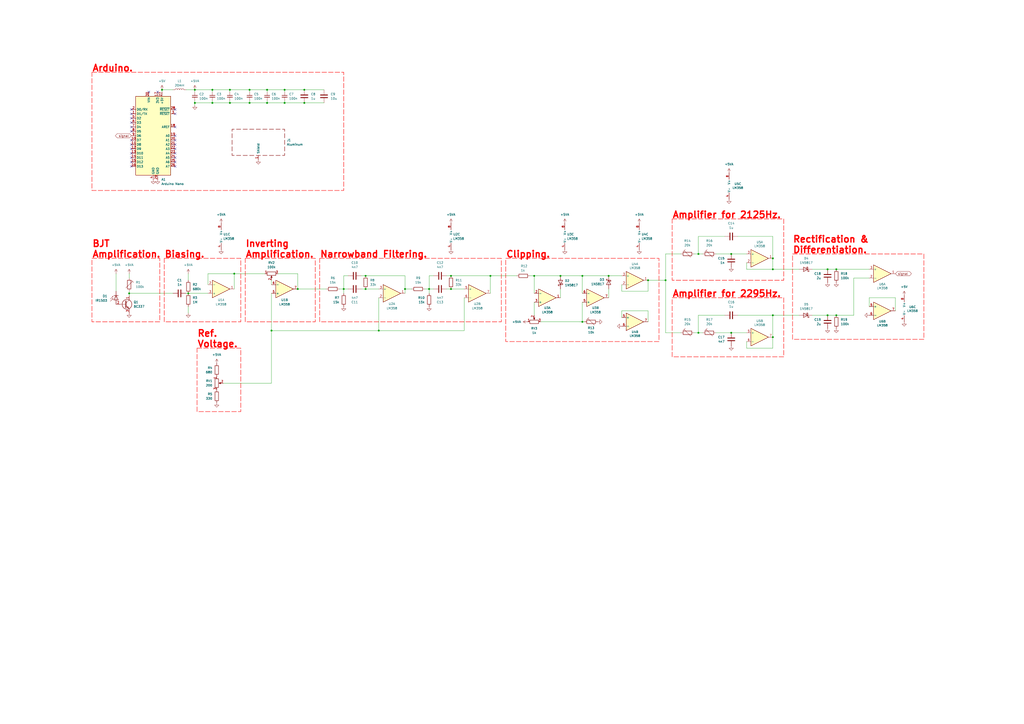
<source format=kicad_sch>
(kicad_sch (version 20250114) (generator "eeschema") (generator_version "9.0")
  (paper "A2")
  (lib_symbols
    (symbol "Amplifier_Operational:LM358" (pin_names (offset 0.127))
      (property "Reference" "U" (at 0 5.08 0))
      (property "Value" "LM358" (at 0 -5.08 0))
      (symbol "LM358_1_1"
        (pin input line (at -7.62 2.54 0) (length 2.54) (name "+") (number "3"))
        (pin input line (at -7.62 -2.54 0) (length 2.54) (name "-") (number "2"))
        (pin output line (at 7.62 0 180) (length 2.54) (name "~") (number "1"))
      )
      (symbol "LM358_2_1"
        (pin input line (at -7.62 2.54 0) (length 2.54) (name "+") (number "5"))
        (pin input line (at -7.62 -2.54 0) (length 2.54) (name "-") (number "6"))
        (pin output line (at 7.62 0 180) (length 2.54) (name "~") (number "7"))
      )
      (symbol "LM358_3_1"
        (pin power_in line (at -2.54 7.62 270) (length 3.81) (name "V+") (number "8"))
        (pin power_in line (at -2.54 -7.62 90) (length 3.81) (name "V-") (number "4"))
      )
    )
    (symbol "Device:C" (pin_numbers (hide yes)) (pin_names (offset 0.254))
      (property "Reference" "C" (at 0.635 2.54 0))
      (property "Value" "C" (at 0.635 -2.54 0))
      (symbol "C_1_1"
        (pin passive line (at 0 3.81 270) (length 2.794) (name "~") (number "1"))
        (pin passive line (at 0 -3.81 90) (length 2.794) (name "~") (number "2"))
      )
    )
    (symbol "Device:C_Small" (pin_numbers (hide yes)) (pin_names (offset 0.254) (hide yes))
      (property "Reference" "C" (at 0.254 1.778 0))
      (property "Value" "C_Small" (at 0.254 -2.032 0))
      (symbol "C_Small_1_1"
        (pin passive line (at 0 2.54 270) (length 2.032) (name "~") (number "1"))
        (pin passive line (at 0 -2.54 90) (length 2.032) (name "~") (number "2"))
      )
    )
    (symbol "Device:D_Photo" (pin_numbers (hide yes)) (pin_names (hide yes))
      (property "Reference" "D" (at 0.508 1.778 0))
      (property "Value" "D_Photo" (at -1.016 -2.794 0))
      (symbol "D_Photo_1_1"
        (pin passive line (at -5.08 0 0) (length 2.54) (name "K") (number "1"))
        (pin passive line (at 2.54 0 180) (length 2.54) (name "A") (number "2"))
      )
    )
    (symbol "Device:D_Schottky" (pin_numbers (hide yes)) (pin_names (offset 1.016) (hide yes))
      (property "Reference" "D" (at 0 2.54 0))
      (property "Value" "D_Schottky" (at 0 -2.54 0))
      (symbol "D_Schottky_1_1"
        (pin passive line (at -3.81 0 0) (length 2.54) (name "K") (number "1"))
        (pin passive line (at 3.81 0 180) (length 2.54) (name "A") (number "2"))
      )
    )
    (symbol "Device:L" (pin_numbers (hide yes)) (pin_names (offset 1.016) (hide yes))
      (property "Reference" "L" (at -1.27 0 90))
      (property "Value" "L" (at 1.905 0 90))
      (symbol "L_1_1"
        (pin passive line (at 0 3.81 270) (length 1.27) (name "1") (number "1"))
        (pin passive line (at 0 -3.81 90) (length 1.27) (name "2") (number "2"))
      )
    )
    (symbol "Device:R" (pin_numbers (hide yes)) (pin_names (offset 0))
      (property "Reference" "R" (at 2.032 0 90))
      (property "Value" "R" (at 0 0 90))
      (symbol "R_1_1"
        (pin passive line (at 0 3.81 270) (length 1.27) (name "~") (number "1"))
        (pin passive line (at 0 -3.81 90) (length 1.27) (name "~") (number "2"))
      )
    )
    (symbol "Device:RFShield_OnePiece" (pin_names (offset 1.016))
      (property "Reference" "J" (at 0 5.08 0))
      (property "Value" "RFShield_OnePiece" (at 0 2.54 0))
      (symbol "RFShield_OnePiece_1_1"
        (pin passive line (at 0 -10.16 90) (length 2.54) (name "Shield") (number "1"))
      )
    )
    (symbol "Device:R_Potentiometer" (pin_names (offset 1.016) (hide yes))
      (property "Reference" "RV" (at -4.445 0 90))
      (property "Value" "R_Potentiometer" (at -2.54 0 90))
      (symbol "R_Potentiometer_1_1"
        (pin passive line (at 0 3.81 270) (length 1.27) (name "1") (number "1"))
        (pin passive line (at 0 -3.81 90) (length 1.27) (name "3") (number "3"))
        (pin passive line (at 3.81 0 180) (length 1.27) (name "2") (number "2"))
      )
    )
    (symbol "Device:R_Trim" (pin_numbers (hide yes)) (pin_names (offset 0))
      (property "Reference" "R" (at 2.54 -2.54 90))
      (property "Value" "R_Trim" (at -2.54 -0.635 90))
      (symbol "R_Trim_1_1"
        (pin passive line (at 0 3.81 270) (length 1.27) (name "~") (number "1"))
        (pin passive line (at 0 -3.81 90) (length 1.27) (name "~") (number "2"))
      )
    )
    (symbol "MCU_Module:Arduino_Nano_v3.x"
      (property "Reference" "A" (at -10.16 23.495 0))
      (property "Value" "Arduino_Nano_v3.x" (at 5.08 -24.13 0))
      (symbol "Arduino_Nano_v3.x_1_1"
        (pin bidirectional line (at -12.7 15.24 0) (length 2.54) (name "D0/RX") (number "2"))
        (pin bidirectional line (at -12.7 12.7 0) (length 2.54) (name "D1/TX") (number "1"))
        (pin bidirectional line (at -12.7 10.16 0) (length 2.54) (name "D2") (number "5"))
        (pin bidirectional line (at -12.7 7.62 0) (length 2.54) (name "D3") (number "6"))
        (pin bidirectional line (at -12.7 5.08 0) (length 2.54) (name "D4") (number "7"))
        (pin bidirectional line (at -12.7 2.54 0) (length 2.54) (name "D5") (number "8"))
        (pin bidirectional line (at -12.7 0 0) (length 2.54) (name "D6") (number "9"))
        (pin bidirectional line (at -12.7 -2.54 0) (length 2.54) (name "D7") (number "10"))
        (pin bidirectional line (at -12.7 -5.08 0) (length 2.54) (name "D8") (number "11"))
        (pin bidirectional line (at -12.7 -7.62 0) (length 2.54) (name "D9") (number "12"))
        (pin bidirectional line (at -12.7 -10.16 0) (length 2.54) (name "D10") (number "13"))
        (pin bidirectional line (at -12.7 -12.7 0) (length 2.54) (name "D11") (number "14"))
        (pin bidirectional line (at -12.7 -15.24 0) (length 2.54) (name "D12") (number "15"))
        (pin bidirectional line (at -12.7 -17.78 0) (length 2.54) (name "D13") (number "16"))
        (pin power_in line (at -2.54 25.4 270) (length 2.54) (name "VIN") (number "30"))
        (pin power_in line (at 0 -25.4 90) (length 2.54) (name "GND") (number "4"))
        (pin power_out line (at 2.54 25.4 270) (length 2.54) (name "3V3") (number "17"))
        (pin power_in line (at 2.54 -25.4 90) (length 2.54) (name "GND") (number "29"))
        (pin power_out line (at 5.08 25.4 270) (length 2.54) (name "+5V") (number "27"))
        (pin input line (at 12.7 15.24 180) (length 2.54) (name "~{RESET}") (number "28"))
        (pin input line (at 12.7 12.7 180) (length 2.54) (name "~{RESET}") (number "3"))
        (pin input line (at 12.7 5.08 180) (length 2.54) (name "AREF") (number "18"))
        (pin bidirectional line (at 12.7 0 180) (length 2.54) (name "A0") (number "19"))
        (pin bidirectional line (at 12.7 -2.54 180) (length 2.54) (name "A1") (number "20"))
        (pin bidirectional line (at 12.7 -5.08 180) (length 2.54) (name "A2") (number "21"))
        (pin bidirectional line (at 12.7 -7.62 180) (length 2.54) (name "A3") (number "22"))
        (pin bidirectional line (at 12.7 -10.16 180) (length 2.54) (name "A4") (number "23"))
        (pin bidirectional line (at 12.7 -12.7 180) (length 2.54) (name "A5") (number "24"))
        (pin bidirectional line (at 12.7 -15.24 180) (length 2.54) (name "A6") (number "25"))
        (pin bidirectional line (at 12.7 -17.78 180) (length 2.54) (name "A7") (number "26"))
      )
    )
    (symbol "Transistor_BJT:BC337" (pin_names (offset 0) (hide yes))
      (property "Reference" "Q" (at 5.08 1.905 0))
      (property "Value" "BC337" (at 5.08 0 0))
      (symbol "BC337_1_1"
        (pin input line (at -5.08 0 0) (length 2.54) (name "B") (number "2"))
        (pin passive line (at 2.54 5.08 270) (length 2.54) (name "C") (number "1"))
        (pin passive line (at 2.54 -5.08 90) (length 2.54) (name "E") (number "3"))
      )
    )
    (symbol "power:+5V" (power) (pin_numbers (hide yes)) (pin_names (offset 0) (hide yes))
      (property "Value" "+5V" (at 0 3.556 0))
      (symbol "+5V_1_1"
        (pin power_in line (at 0 0 90) (length 0) (name "~") (number "1"))
      )
    )
    (symbol "power:+5VA" (power) (pin_numbers (hide yes)) (pin_names (offset 0) (hide yes))
      (property "Value" "+5VA" (at 0 3.556 0))
      (symbol "+5VA_1_1"
        (pin power_in line (at 0 0 90) (length 0) (name "~") (number "1"))
      )
    )
    (symbol "power:GND" (power) (pin_numbers (hide yes)) (pin_names (offset 0) (hide yes))
      (property "Value" "GND" (at 0 -3.81 0))
      (symbol "GND_1_1"
        (pin power_in line (at 0 0 270) (length 0) (name "~") (number "1"))
      )
    )
  )
  (rectangle (start 114.3 201.93) (end 139.7 238.76) (stroke (width 0.254) (type dash) (color 255 0 0 1)))
  (rectangle (start 293.37 149.86) (end 382.27 198.12) (stroke (width 0.254) (type dash) (color 255 0 0 1)))
  (rectangle (start 459.74 147.32) (end 535.94 196.85) (stroke (width 0.254) (type dash) (color 255 0 0 1)))
  (rectangle (start 53.34 149.86) (end 92.71 186.69) (stroke (width 0.254) (type dash) (color 255 0 0 1)))
  (rectangle (start 389.89 127) (end 454.66 162.56) (stroke (width 0.254) (type dash) (color 255 0 0 1)))
  (rectangle (start 185.42 149.86) (end 290.83 186.69) (stroke (width 0.254) (type dash) (color 255 0 0 1)))
  (rectangle (start 53.34 41.91) (end 199.39 110.49) (stroke (width 0.254) (type dash) (color 255 0 0 1)))
  (rectangle (start 142.24 149.86) (end 182.88 186.69) (stroke (width 0.254) (type dash) (color 255 0 0 1)))
  (rectangle (start 95.25 149.86) (end 139.7 186.69) (stroke (width 0.254) (type dash) (color 255 0 0 1)))
  (rectangle (start 389.89 172.72) (end 454.66 207.01) (stroke (width 0.254) (type dash) (color 255 0 0 1)))
  (text "Inverting\nAmplification." (at 142.24 149.86 0) (effects (font (size 3.81 3.81) (thickness 0.762) (bold yes)) (justify left bottom)))
  (text "Ref.\nVoltage." (at 114.3 201.93 0) (effects (font (size 3.81 3.81) (thickness 0.762) (bold yes)) (justify left bottom)))
  (text "Biasing." (at 95.25 149.86 0) (effects (font (size 3.81 3.81) (thickness 0.762) (bold yes)) (justify left bottom)))
  (text "Narrowband Filtering." (at 185.42 149.86 0) (effects (font (size 3.81 3.81) (thickness 0.762) (bold yes)) (justify left bottom)))
  (text "Rectification &\nDifferentiation." (at 459.74 147.32 0) (effects (font (size 3.81 3.81) (thickness 0.762) (bold yes)) (justify left bottom)))
  (text "Arduino." (at 53.34 41.91 0) (effects (font (size 3.81 3.81) (thickness 0.762) (bold yes)) (justify left bottom)))
  (text "Amplifier for 2125Hz." (at 389.89 127 0) (effects (font (size 3.81 3.81) (thickness 0.762) (bold yes)) (justify left bottom)))
  (text "Clipping." (at 293.37 149.86 0) (effects (font (size 3.81 3.81) (thickness 0.762) (bold yes)) (justify left bottom)))
  (text "BJT\nAmplification." (at 53.34 149.86 0) (effects (font (size 3.81 3.81) (thickness 0.762) (bold yes)) (justify left bottom)))
  (text "Amplifier for 2295Hz." (at 389.89 172.72 0) (effects (font (size 3.81 3.81) (thickness 0.762) (bold yes)) (justify left bottom)))
  (junction (at 135.89 158.75))
  (junction (at 337.82 160.02))
  (junction (at 386.08 162.56))
  (junction (at 405.13 147.32))
  (junction (at 353.06 160.02))
  (junction (at 448.31 195.58))
  (junction (at 485.14 156.21))
  (junction (at 133.35 59.69))
  (junction (at 113.03 59.69))
  (junction (at 284.48 160.02))
  (junction (at 144.78 59.69))
  (junction (at 157.48 191.77))
  (junction (at 234.95 167.64))
  (junction (at 424.18 147.32))
  (junction (at 144.78 52.07))
  (junction (at 424.18 193.04))
  (junction (at 113.03 52.07))
  (junction (at 405.13 193.04))
  (junction (at 123.19 59.69))
  (junction (at 480.06 182.88))
  (junction (at 109.22 170.18))
  (junction (at 93.98 52.07))
  (junction (at 261.62 160.02))
  (junction (at 212.09 167.64))
  (junction (at 485.14 182.88))
  (junction (at 199.39 167.64))
  (junction (at 325.12 160.02))
  (junction (at 480.06 156.21))
  (junction (at 261.62 167.64))
  (junction (at 219.71 191.77))
  (junction (at 176.53 59.69))
  (junction (at 248.92 167.64))
  (junction (at 133.35 52.07))
  (junction (at 154.94 52.07))
  (junction (at 448.31 182.88))
  (junction (at 448.31 156.21))
  (junction (at 154.94 59.69))
  (junction (at 212.09 160.02))
  (junction (at 337.82 186.69))
  (junction (at 375.92 162.56))
  (junction (at 448.31 149.86))
  (junction (at 309.88 160.02))
  (junction (at 123.19 52.07))
  (junction (at 165.1 52.07))
  (junction (at 165.1 59.69))
  (junction (at 172.72 167.64))
  (junction (at 74.93 170.18))
  (junction (at 176.53 52.07))
  (no_connect (at 101.6 88.9))
  (no_connect (at 76.2 88.9))
  (no_connect (at 76.2 66.04))
  (no_connect (at 76.2 86.36))
  (no_connect (at 76.2 73.66))
  (no_connect (at 101.6 93.98))
  (no_connect (at 76.2 91.44))
  (no_connect (at 76.2 76.2))
  (no_connect (at 76.2 68.58))
  (no_connect (at 101.6 86.36))
  (no_connect (at 101.6 83.82))
  (no_connect (at 76.2 71.12))
  (no_connect (at 76.2 83.82))
  (no_connect (at 76.2 63.5))
  (no_connect (at 86.36 53.34))
  (no_connect (at 101.6 63.5))
  (no_connect (at 101.6 73.66))
  (no_connect (at 101.6 66.04))
  (no_connect (at 101.6 78.74))
  (no_connect (at 101.6 96.52))
  (no_connect (at 91.44 53.34))
  (no_connect (at 101.6 81.28))
  (no_connect (at 101.6 91.44))
  (no_connect (at 76.2 81.28))
  (no_connect (at 76.2 96.52))
  (no_connect (at 76.2 93.98))
  (wire (pts (xy 519.43 180.34) (xy 519.43 172.72)))
  (wire (pts (xy 251.46 160.02) (xy 248.92 160.02)))
  (wire (pts (xy 433.07 156.21) (xy 448.31 156.21)))
  (wire (pts (xy 448.31 156.21) (xy 463.55 156.21)))
  (wire (pts (xy 74.93 170.18) (xy 74.93 171.45)))
  (wire (pts (xy 405.13 147.32) (xy 407.67 147.32)))
  (wire (pts (xy 199.39 160.02) (xy 199.39 167.64)))
  (wire (pts (xy 209.55 167.64) (xy 212.09 167.64)))
  (wire (pts (xy 448.31 195.58) (xy 448.31 201.93)))
  (wire (pts (xy 172.72 158.75) (xy 172.72 167.64)))
  (wire (pts (xy 495.3 161.29) (xy 504.19 161.29)))
  (wire (pts (xy 113.03 59.69) (xy 113.03 60.96)))
  (wire (pts (xy 433.07 152.4) (xy 433.07 156.21)))
  (wire (pts (xy 154.94 59.69) (xy 165.1 59.69)))
  (wire (pts (xy 339.09 186.69) (xy 337.82 186.69)))
  (wire (pts (xy 219.71 191.77) (xy 157.48 191.77)))
  (wire (pts (xy 157.48 191.77) (xy 157.48 170.18)))
  (wire (pts (xy 471.17 182.88) (xy 480.06 182.88)))
  (wire (pts (xy 415.29 193.04) (xy 424.18 193.04)))
  (wire (pts (xy 405.13 193.04) (xy 402.59 193.04)))
  (wire (pts (xy 187.96 52.07) (xy 176.53 52.07)))
  (wire (pts (xy 448.31 182.88) (xy 427.99 182.88)))
  (wire (pts (xy 448.31 182.88) (xy 448.31 195.58)))
  (wire (pts (xy 234.95 160.02) (xy 234.95 167.64)))
  (wire (pts (xy 375.92 180.34) (xy 360.68 180.34)))
  (wire (pts (xy 234.95 167.64) (xy 238.76 167.64)))
  (wire (pts (xy 284.48 160.02) (xy 299.72 160.02)))
  (wire (pts (xy 133.35 52.07) (xy 144.78 52.07)))
  (wire (pts (xy 67.31 158.75) (xy 67.31 168.91)))
  (wire (pts (xy 144.78 59.69) (xy 154.94 59.69)))
  (wire (pts (xy 123.19 53.34) (xy 123.19 52.07)))
  (wire (pts (xy 123.19 52.07) (xy 133.35 52.07)))
  (wire (pts (xy 420.37 137.16) (xy 405.13 137.16)))
  (wire (pts (xy 144.78 52.07) (xy 154.94 52.07)))
  (wire (pts (xy 199.39 170.18) (xy 199.39 167.64)))
  (wire (pts (xy 201.93 160.02) (xy 199.39 160.02)))
  (wire (pts (xy 120.65 158.75) (xy 120.65 165.1)))
  (wire (pts (xy 144.78 53.34) (xy 144.78 52.07)))
  (wire (pts (xy 420.37 182.88) (xy 405.13 182.88)))
  (wire (pts (xy 337.82 175.26) (xy 337.82 186.69)))
  (wire (pts (xy 246.38 167.64) (xy 248.92 167.64)))
  (wire (pts (xy 360.68 160.02) (xy 353.06 160.02)))
  (wire (pts (xy 337.82 160.02) (xy 353.06 160.02)))
  (wire (pts (xy 109.22 181.61) (xy 109.22 177.8)))
  (wire (pts (xy 74.93 170.18) (xy 100.33 170.18)))
  (wire (pts (xy 153.67 158.75) (xy 135.89 158.75)))
  (wire (pts (xy 165.1 52.07) (xy 154.94 52.07)))
  (wire (pts (xy 415.29 147.32) (xy 424.18 147.32)))
  (wire (pts (xy 405.13 137.16) (xy 405.13 147.32)))
  (wire (pts (xy 307.34 160.02) (xy 309.88 160.02)))
  (wire (pts (xy 353.06 167.64) (xy 353.06 172.72)))
  (wire (pts (xy 386.08 162.56) (xy 386.08 193.04)))
  (wire (pts (xy 165.1 59.69) (xy 165.1 58.42)))
  (wire (pts (xy 495.3 161.29) (xy 495.3 182.88)))
  (wire (pts (xy 485.14 156.21) (xy 504.19 156.21)))
  (wire (pts (xy 161.29 158.75) (xy 172.72 158.75)))
  (wire (pts (xy 123.19 59.69) (xy 133.35 59.69)))
  (wire (pts (xy 212.09 167.64) (xy 219.71 167.64)))
  (wire (pts (xy 154.94 59.69) (xy 154.94 58.42)))
  (wire (pts (xy 386.08 147.32) (xy 386.08 162.56)))
  (wire (pts (xy 165.1 52.07) (xy 176.53 52.07)))
  (wire (pts (xy 248.92 160.02) (xy 248.92 167.64)))
  (wire (pts (xy 448.31 182.88) (xy 463.55 182.88)))
  (wire (pts (xy 309.88 175.26) (xy 309.88 182.88)))
  (wire (pts (xy 261.62 160.02) (xy 284.48 160.02)))
  (wire (pts (xy 386.08 147.32) (xy 394.97 147.32)))
  (wire (pts (xy 519.43 172.72) (xy 504.19 172.72)))
  (wire (pts (xy 129.54 222.25) (xy 157.48 222.25)))
  (wire (pts (xy 480.06 156.21) (xy 485.14 156.21)))
  (wire (pts (xy 471.17 156.21) (xy 480.06 156.21)))
  (wire (pts (xy 109.22 158.75) (xy 109.22 162.56)))
  (wire (pts (xy 259.08 160.02) (xy 261.62 160.02)))
  (wire (pts (xy 424.18 193.04) (xy 433.07 193.04)))
  (wire (pts (xy 433.07 201.93) (xy 448.31 201.93)))
  (wire (pts (xy 157.48 165.1) (xy 157.48 162.56)))
  (wire (pts (xy 100.33 52.07) (xy 93.98 52.07)))
  (wire (pts (xy 325.12 167.64) (xy 325.12 172.72)))
  (wire (pts (xy 375.92 162.56) (xy 386.08 162.56)))
  (wire (pts (xy 424.18 147.32) (xy 433.07 147.32)))
  (wire (pts (xy 109.22 170.18) (xy 107.95 170.18)))
  (wire (pts (xy 209.55 160.02) (xy 212.09 160.02)))
  (wire (pts (xy 135.89 158.75) (xy 120.65 158.75)))
  (wire (pts (xy 107.95 52.07) (xy 113.03 52.07)))
  (wire (pts (xy 448.31 137.16) (xy 427.99 137.16)))
  (wire (pts (xy 201.93 167.64) (xy 199.39 167.64)))
  (wire (pts (xy 405.13 193.04) (xy 407.67 193.04)))
  (wire (pts (xy 135.89 158.75) (xy 135.89 167.64)))
  (wire (pts (xy 337.82 160.02) (xy 337.82 170.18)))
  (wire (pts (xy 309.88 170.18) (xy 309.88 160.02)))
  (wire (pts (xy 251.46 167.64) (xy 248.92 167.64)))
  (wire (pts (xy 113.03 59.69) (xy 113.03 58.42)))
  (wire (pts (xy 360.68 168.91) (xy 360.68 165.1)))
  (wire (pts (xy 113.03 59.69) (xy 123.19 59.69)))
  (wire (pts (xy 219.71 172.72) (xy 219.71 191.77)))
  (wire (pts (xy 212.09 160.02) (xy 234.95 160.02)))
  (wire (pts (xy 375.92 168.91) (xy 360.68 168.91)))
  (wire (pts (xy 113.03 52.07) (xy 123.19 52.07)))
  (wire (pts (xy 261.62 167.64) (xy 269.24 167.64)))
  (wire (pts (xy 172.72 167.64) (xy 189.23 167.64)))
  (wire (pts (xy 480.06 182.88) (xy 485.14 182.88)))
  (wire (pts (xy 360.68 180.34) (xy 360.68 184.15)))
  (wire (pts (xy 448.31 149.86) (xy 448.31 156.21)))
  (wire (pts (xy 93.98 52.07) (xy 93.98 53.34)))
  (wire (pts (xy 386.08 193.04) (xy 394.97 193.04)))
  (wire (pts (xy 405.13 147.32) (xy 402.59 147.32)))
  (wire (pts (xy 448.31 137.16) (xy 448.31 149.86)))
  (wire (pts (xy 144.78 59.69) (xy 144.78 58.42)))
  (wire (pts (xy 109.22 170.18) (xy 120.65 170.18)))
  (wire (pts (xy 248.92 170.18) (xy 248.92 167.64)))
  (wire (pts (xy 74.93 161.29) (xy 74.93 158.75)))
  (wire (pts (xy 133.35 59.69) (xy 133.35 58.42)))
  (wire (pts (xy 113.03 53.34) (xy 113.03 52.07)))
  (wire (pts (xy 433.07 198.12) (xy 433.07 201.93)))
  (wire (pts (xy 504.19 172.72) (xy 504.19 177.8)))
  (wire (pts (xy 133.35 59.69) (xy 144.78 59.69)))
  (wire (pts (xy 133.35 52.07) (xy 133.35 53.34)))
  (wire (pts (xy 309.88 160.02) (xy 325.12 160.02)))
  (wire (pts (xy 176.53 59.69) (xy 187.96 59.69)))
  (wire (pts (xy 259.08 167.64) (xy 261.62 167.64)))
  (wire (pts (xy 165.1 59.69) (xy 176.53 59.69)))
  (wire (pts (xy 154.94 53.34) (xy 154.94 52.07)))
  (wire (pts (xy 375.92 162.56) (xy 375.92 168.91)))
  (wire (pts (xy 284.48 160.02) (xy 284.48 170.18)))
  (wire (pts (xy 269.24 172.72) (xy 269.24 191.77)))
  (wire (pts (xy 74.93 168.91) (xy 74.93 170.18)))
  (wire (pts (xy 405.13 182.88) (xy 405.13 193.04)))
  (wire (pts (xy 123.19 59.69) (xy 123.19 58.42)))
  (wire (pts (xy 495.3 182.88) (xy 485.14 182.88)))
  (wire (pts (xy 157.48 222.25) (xy 157.48 191.77)))
  (wire (pts (xy 165.1 52.07) (xy 165.1 53.34)))
  (wire (pts (xy 325.12 160.02) (xy 337.82 160.02)))
  (wire (pts (xy 196.85 167.64) (xy 199.39 167.64)))
  (wire (pts (xy 313.69 186.69) (xy 337.82 186.69)))
  (wire (pts (xy 375.92 186.69) (xy 375.92 180.34)))
  (wire (pts (xy 234.95 167.64) (xy 234.95 170.18)))
  (wire (pts (xy 219.71 191.77) (xy 269.24 191.77)))
  (global_label "signal" (shape bidirectional) (at 76.2 78.74 180) (property "Intersheetrefs" "${INTERSHEET_REFS}" (effects (hide yes))))
  (global_label "signal" (shape bidirectional) (at 519.43 158.75 0) (property "Intersheetrefs" "${INTERSHEET_REFS}" (effects (hide yes))))
  (symbol (lib_id "Amplifier_Operational:LM358") (at 511.81 158.75 0) (unit 1)
    (property "Reference" "U6" (at 511.81 164.846 0))
    (property "Value" "LM358" (at 511.81 167.132 0))
    (property "Datasheet" "http://www.ti.com/lit/ds/symlink/lm2904-n.pdf" (effects (hide yes)))
    (property "Description" "Low-Power, Dual Operational Amplifiers, DIP-8/SOIC-8/TO-99-8" (effects (hide yes)))
  )
  (symbol (lib_id "power:GND") (at 480.06 190.5 0) (unit 1)
    (property "Reference" "#PWR025" (effects (hide yes)))
    (property "Value" "GND" (effects (hide yes)))
    (property "Description" "Power symbol creates a global label with name \"GND\" , ground" (effects (hide yes)))
  )
  (symbol (lib_id "Device:C") (at 424.18 196.85 0) (mirror y) (unit 1)
    (property "Reference" "C17" (at 420.37 195.5799 0) (effects (justify left)))
    (property "Value" "4n7" (at 420.37 198.1199 0) (effects (justify left)))
    (property "Description" "Unpolarized capacitor" (effects (hide yes)))
  )
  (symbol (lib_id "Device:R") (at 261.62 163.83 0) (unit 1)
    (property "Reference" "R11" (at 264.16 162.5599 0) (effects (justify left)))
    (property "Value" "33k" (at 264.16 165.0999 0) (effects (justify left)))
    (property "Footprint" "Resistor_SMD:R_1206_3216Metric_Pad1.30x1.75mm_HandSolder" (effects (hide yes)))
    (property "Description" "Resistor" (effects (hide yes)))
  )
  (symbol (lib_id "power:GND") (at 346.71 186.69 90) (unit 1)
    (property "Reference" "#PWR021" (effects (hide yes)))
    (property "Value" "GND" (effects (hide yes)))
    (property "Description" "Power symbol creates a global label with name \"GND\" , ground" (effects (hide yes)))
  )
  (symbol (lib_id "Device:C") (at 480.06 160.02 0) (mirror y) (unit 1)
    (property "Reference" "C18" (at 476.25 158.7499 0) (effects (justify left)))
    (property "Value" "2u" (at 476.25 161.2899 0) (effects (justify left)))
    (property "Description" "Unpolarized capacitor" (effects (hide yes)))
  )
  (symbol (lib_id "power:GND") (at 327.66 144.78 0) (unit 1)
    (property "Reference" "#PWR029" (effects (hide yes)))
    (property "Value" "GND" (effects (hide yes)))
    (property "Description" "Power symbol creates a global label with name \"GND\" , ground" (effects (hide yes)))
  )
  (symbol (lib_id "power:+5VA") (at 128.27 129.54 0) (unit 1)
    (property "Reference" "#PWR013" (effects (hide yes)))
    (property "Value" "+5VA" (at 128.27 124.46 0))
    (property "Description" "Power symbol creates a global label with name \"+5VA\"" (effects (hide yes)))
  )
  (symbol (lib_id "power:+5VA") (at 306.07 186.69 90) (unit 1)
    (property "Reference" "#PWR020" (effects (hide yes)))
    (property "Value" "+5VA" (at 302.26 186.6899 90) (effects (justify left)))
    (property "Description" "Power symbol creates a global label with name \"+5VA\"" (effects (hide yes)))
  )
  (symbol (lib_id "Device:D_Schottky") (at 467.36 182.88 180) (unit 1)
    (property "Reference" "D5" (at 467.6775 176.53 0))
    (property "Value" "1N5817" (at 467.6775 179.07 0))
    (property "Description" "Schottky diode" (effects (hide yes)))
  )
  (symbol (lib_id "Device:R") (at 485.14 160.02 0) (unit 1)
    (property "Reference" "R18" (at 487.68 158.7499 0) (effects (justify left)))
    (property "Value" "100k" (at 487.68 161.2899 0) (effects (justify left)))
    (property "Footprint" "Resistor_SMD:R_1206_3216Metric_Pad1.30x1.75mm_HandSolder" (effects (hide yes)))
    (property "Description" "Resistor" (effects (hide yes)))
  )
  (symbol (lib_id "Device:L") (at 104.14 52.07 90) (unit 1)
    (property "Reference" "L1" (at 104.14 46.99 90))
    (property "Value" "20mH" (at 104.14 49.53 90))
    (property "Description" "Inductor" (effects (hide yes)))
  )
  (symbol (lib_id "power:GND") (at 74.93 181.61 0) (unit 1)
    (property "Reference" "#PWR03" (effects (hide yes)))
    (property "Value" "GND" (effects (hide yes)))
    (property "Description" "Power symbol creates a global label with name \"GND\" , ground" (effects (hide yes)))
  )
  (symbol (lib_id "Amplifier_Operational:LM358") (at 264.16 137.16 0) (unit 3)
    (property "Reference" "U2" (at 262.89 135.8899 0) (effects (justify left)))
    (property "Value" "LM358" (at 262.89 138.4299 0) (effects (justify left)))
    (property "Datasheet" "http://www.ti.com/lit/ds/symlink/lm2904-n.pdf" (effects (hide yes)))
    (property "Description" "Low-Power, Dual Operational Amplifiers, DIP-8/SOIC-8/TO-99-8" (effects (hide yes)))
  )
  (symbol (lib_id "Device:C") (at 176.53 55.88 0) (unit 1)
    (property "Reference" "C8" (at 180.34 54.6099 0) (effects (justify left)))
    (property "Value" "1u" (at 180.34 57.1499 0) (effects (justify left)))
    (property "Footprint" "Capacitor_SMD:C_1206_3216Metric_Pad1.33x1.80mm_HandSolder" (effects (hide yes)))
    (property "Description" "Unpolarized capacitor" (effects (hide yes)))
  )
  (symbol (lib_id "Device:D_Schottky") (at 467.36 156.21 180) (unit 1)
    (property "Reference" "D4" (at 467.6775 149.86 0))
    (property "Value" "1N5817" (at 467.6775 152.4 0))
    (property "Description" "Schottky diode" (effects (hide yes)))
  )
  (symbol (lib_id "power:GND") (at 485.14 163.83 0) (unit 1)
    (property "Reference" "#PWR026" (effects (hide yes)))
    (property "Value" "GND" (effects (hide yes)))
    (property "Description" "Power symbol creates a global label with name \"GND\" , ground" (effects (hide yes)))
  )
  (symbol (lib_id "Device:C_Small") (at 165.1 55.88 0) (unit 1)
    (property "Reference" "C7" (at 167.64 54.6162 0) (effects (justify left)))
    (property "Value" "100n" (at 167.64 57.1562 0) (effects (justify left)))
    (property "Footprint" "Capacitor_SMD:C_1206_3216Metric_Pad1.33x1.80mm_HandSolder" (effects (hide yes)))
    (property "Description" "Unpolarized capacitor, small symbol" (effects (hide yes)))
  )
  (symbol (lib_id "Device:C") (at 255.27 167.64 90) (unit 1)
    (property "Reference" "C13" (at 255.27 175.26 90))
    (property "Value" "4n7" (at 255.27 172.72 90))
    (property "Description" "Unpolarized capacitor" (effects (hide yes)))
  )
  (symbol (lib_id "power:GND") (at 370.84 144.78 0) (unit 1)
    (property "Reference" "#PWR031" (effects (hide yes)))
    (property "Value" "GND" (effects (hide yes)))
    (property "Description" "Power symbol creates a global label with name \"GND\" , ground" (effects (hide yes)))
  )
  (symbol (lib_id "Device:D_Schottky") (at 353.06 163.83 90) (mirror x) (unit 1)
    (property "Reference" "D3" (at 350.52 162.2424 90) (effects (justify left)))
    (property "Value" "1N5817" (at 350.52 164.7824 90) (effects (justify left)))
    (property "Description" "Schottky diode" (effects (hide yes)))
  )
  (symbol (lib_id "power:+5VA") (at 125.73 210.82 0) (unit 1)
    (property "Reference" "#PWR011" (effects (hide yes)))
    (property "Value" "+5VA" (at 125.73 205.74 0))
    (property "Description" "Power symbol creates a global label with name \"+5VA\"" (effects (hide yes)))
  )
  (symbol (lib_id "power:GND") (at 128.27 144.78 0) (unit 1)
    (property "Reference" "#PWR014" (effects (hide yes)))
    (property "Value" "GND" (effects (hide yes)))
    (property "Description" "Power symbol creates a global label with name \"GND\" , ground" (effects (hide yes)))
  )
  (symbol (lib_id "power:+5VA") (at 74.93 158.75 0) (unit 1)
    (property "Reference" "#PWR02" (effects (hide yes)))
    (property "Value" "+5VA" (at 74.93 153.67 0))
    (property "Description" "Power symbol creates a global label with name \"+5VA\"" (effects (hide yes)))
  )
  (symbol (lib_id "power:+5VA") (at 370.84 129.54 0) (unit 1)
    (property "Reference" "#PWR030" (effects (hide yes)))
    (property "Value" "+5VA" (at 370.84 124.46 0))
    (property "Description" "Power symbol creates a global label with name \"+5VA\"" (effects (hide yes)))
  )
  (symbol (lib_id "power:GND") (at 91.44 104.14 0) (unit 1)
    (property "Reference" "#PWR05" (effects (hide yes)))
    (property "Value" "GND" (effects (hide yes)))
    (property "Description" "Power symbol creates a global label with name \"GND\" , ground" (effects (hide yes)))
  )
  (symbol (lib_id "Device:C") (at 480.06 186.69 0) (mirror y) (unit 1)
    (property "Reference" "C19" (at 476.25 185.4199 0) (effects (justify left)))
    (property "Value" "2u" (at 476.25 187.9599 0) (effects (justify left)))
    (property "Description" "Unpolarized capacitor" (effects (hide yes)))
  )
  (symbol (lib_id "Device:C") (at 424.18 151.13 0) (mirror y) (unit 1)
    (property "Reference" "C15" (at 420.37 149.8599 0) (effects (justify left)))
    (property "Value" "1n" (at 420.37 152.3999 0) (effects (justify left)))
    (property "Footprint" "Capacitor_SMD:C_1206_3216Metric_Pad1.33x1.80mm_HandSolder" (effects (hide yes)))
    (property "Description" "Unpolarized capacitor" (effects (hide yes)))
  )
  (symbol (lib_id "Amplifier_Operational:LM358") (at 317.5 172.72 0) (mirror x) (unit 1)
    (property "Reference" "U3" (at 317.5 178.562 0))
    (property "Value" "LM358" (at 317.5 181.102 0))
    (property "Datasheet" "http://www.ti.com/lit/ds/symlink/lm2904-n.pdf" (effects (hide yes)))
    (property "Description" "Low-Power, Dual Operational Amplifiers, DIP-8/SOIC-8/TO-99-8" (effects (hide yes)))
  )
  (symbol (lib_id "Amplifier_Operational:LM358") (at 527.05 179.07 0) (unit 3)
    (property "Reference" "U6" (at 529.336 178.054 0))
    (property "Value" "LM358" (at 529.336 180.34 0))
    (property "Datasheet" "http://www.ti.com/lit/ds/symlink/lm2904-n.pdf" (effects (hide yes)))
    (property "Description" "Low-Power, Dual Operational Amplifiers, DIP-8/SOIC-8/TO-99-8" (effects (hide yes)))
  )
  (symbol (lib_id "Device:C") (at 424.18 182.88 90) (unit 1)
    (property "Reference" "C16" (at 424.18 175.26 90))
    (property "Value" "1u" (at 424.18 177.8 90))
    (property "Footprint" "Capacitor_SMD:C_1206_3216Metric_Pad1.33x1.80mm_HandSolder" (effects (hide yes)))
    (property "Description" "Unpolarized capacitor" (effects (hide yes)))
  )
  (symbol (lib_id "Amplifier_Operational:LM358") (at 368.3 162.56 0) (unit 1)
    (property "Reference" "U4" (at 368.3 153.162 0))
    (property "Value" "LM358" (at 368.3 155.448 0))
    (property "Datasheet" "http://www.ti.com/lit/ds/symlink/lm2904-n.pdf" (effects (hide yes)))
    (property "Description" "Low-Power, Dual Operational Amplifiers, DIP-8/SOIC-8/TO-99-8" (effects (hide yes)))
  )
  (symbol (lib_id "Amplifier_Operational:LM358") (at 440.69 149.86 0) (unit 1)
    (property "Reference" "U5" (at 440.69 140.462 0))
    (property "Value" "LM358" (at 440.69 142.748 0))
    (property "Datasheet" "http://www.ti.com/lit/ds/symlink/lm2904-n.pdf" (effects (hide yes)))
    (property "Description" "Low-Power, Dual Operational Amplifiers, DIP-8/SOIC-8/TO-99-8" (effects (hide yes)))
  )
  (symbol (lib_id "Transistor_BJT:BC337") (at 72.39 176.53 0) (unit 1)
    (property "Reference" "Q1" (at 77.47 175.2599 0) (effects (justify left)))
    (property "Value" "BC337" (at 77.47 177.7999 0) (effects (justify left)))
    (property "Footprint" "Package_TO_SOT_THT:TO-92_Inline" (effects (hide yes)))
    (property "Datasheet" "https://diotec.com/tl_files/diotec/files/pdf/datasheets/bc337.pdf" (effects (hide yes)))
    (property "Description" "0.8A Ic, 45V Vce, NPN Transistor, TO-92" (effects (hide yes)))
  )
  (symbol (lib_id "Amplifier_Operational:LM358") (at 128.27 167.64 0) (mirror x) (unit 1)
    (property "Reference" "U1" (at 128.27 173.99 0))
    (property "Value" "LM358" (at 128.27 176.53 0))
    (property "Datasheet" "http://www.ti.com/lit/ds/symlink/lm2904-n.pdf" (effects (hide yes)))
    (property "Description" "Low-Power, Dual Operational Amplifiers, DIP-8/SOIC-8/TO-99-8" (effects (hide yes)))
  )
  (symbol (lib_id "power:+5VA") (at 113.03 52.07 0) (unit 1)
    (property "Reference" "#PWR09" (effects (hide yes)))
    (property "Value" "+5VA" (at 113.03 46.99 0))
    (property "Description" "Power symbol creates a global label with name \"+5VA\"" (effects (hide yes)))
  )
  (symbol (lib_id "Device:D_Photo") (at 67.31 173.99 90) (mirror x) (unit 1)
    (property "Reference" "D1" (at 62.23 171.7674 90) (effects (justify left)))
    (property "Value" "IR1503" (at 62.23 174.3074 90) (effects (justify left)))
    (property "Footprint" "deps:LTR-516AD" (effects (hide yes)))
    (property "Datasheet" "https://optoelectronics.liteon.com/upload/download/DS-50-93-0021/R516AD.pdf" (effects (hide yes)))
    (property "Description" "Photodiode" (effects (hide yes)))
  )
  (symbol (lib_id "power:GND") (at 485.14 190.5 0) (unit 1)
    (property "Reference" "#PWR027" (effects (hide yes)))
    (property "Value" "GND" (effects (hide yes)))
    (property "Description" "Power symbol creates a global label with name \"GND\" , ground" (effects (hide yes)))
  )
  (symbol (lib_id "Amplifier_Operational:LM358") (at 368.3 186.69 0) (unit 2)
    (property "Reference" "U4" (at 368.3 192.532 0))
    (property "Value" "LM358" (at 368.3 194.818 0))
    (property "Datasheet" "http://www.ti.com/lit/ds/symlink/lm2904-n.pdf" (effects (hide yes)))
    (property "Description" "Low-Power, Dual Operational Amplifiers, DIP-8/SOIC-8/TO-99-8" (effects (hide yes)))
  )
  (symbol (lib_id "Device:R") (at 193.04 167.64 270) (unit 1)
    (property "Reference" "R6" (at 193.04 161.29 90))
    (property "Value" "15k" (at 193.04 163.83 90))
    (property "Footprint" "Resistor_SMD:R_1206_3216Metric_Pad1.30x1.75mm_HandSolder" (effects (hide yes)))
    (property "Description" "Resistor" (effects (hide yes)))
  )
  (symbol (lib_id "power:+5V") (at 93.98 52.07 0) (unit 1)
    (property "Reference" "#PWR06" (effects (hide yes)))
    (property "Value" "+5V" (at 93.98 46.99 0))
    (property "Description" "Power symbol creates a global label with name \"+5V\"" (effects (hide yes)))
  )
  (symbol (lib_id "Device:C_Small") (at 144.78 55.88 0) (unit 1)
    (property "Reference" "C5" (at 147.32 54.6162 0) (effects (justify left)))
    (property "Value" "100n" (at 147.32 57.1562 0) (effects (justify left)))
    (property "Footprint" "Capacitor_SMD:C_1206_3216Metric_Pad1.33x1.80mm_HandSolder" (effects (hide yes)))
    (property "Description" "Unpolarized capacitor, small symbol" (effects (hide yes)))
  )
  (symbol (lib_id "Device:C") (at 187.96 55.88 0) (unit 1)
    (property "Reference" "C9" (at 191.77 54.6099 0) (effects (justify left)))
    (property "Value" "10u" (at 191.77 57.1499 0) (effects (justify left)))
    (property "Footprint" "Capacitor_SMD:C_1206_3216Metric_Pad1.33x1.80mm_HandSolder" (effects (hide yes)))
    (property "Description" "Unpolarized capacitor" (effects (hide yes)))
  )
  (symbol (lib_id "Amplifier_Operational:LM358") (at 440.69 195.58 0) (unit 2)
    (property "Reference" "U5" (at 440.69 186.182 0))
    (property "Value" "LM358" (at 440.69 188.468 0))
    (property "Datasheet" "http://www.ti.com/lit/ds/symlink/lm2904-n.pdf" (effects (hide yes)))
    (property "Description" "Low-Power, Dual Operational Amplifiers, DIP-8/SOIC-8/TO-99-8" (effects (hide yes)))
  )
  (symbol (lib_id "Amplifier_Operational:LM358") (at 276.86 170.18 0) (unit 2)
    (property "Reference" "U2" (at 276.86 176.276 0))
    (property "Value" "LM358" (at 276.86 178.816 0))
    (property "Datasheet" "http://www.ti.com/lit/ds/symlink/lm2904-n.pdf" (effects (hide yes)))
    (property "Description" "Low-Power, Dual Operational Amplifiers, DIP-8/SOIC-8/TO-99-8" (effects (hide yes)))
  )
  (symbol (lib_id "Device:R_Potentiometer") (at 309.88 186.69 90) (unit 1)
    (property "Reference" "RV3" (at 309.88 190.5 90))
    (property "Value" "1k" (at 309.88 193.04 90))
    (property "Footprint" "Resistor_SMD:R_1206_3216Metric_Pad1.30x1.75mm_HandSolder" (effects (hide yes)))
    (property "Description" "Potentiometer" (effects (hide yes)))
  )
  (symbol (lib_id "Amplifier_Operational:LM358") (at 373.38 137.16 0) (unit 3)
    (property "Reference" "U4" (at 372.11 135.8899 0) (effects (justify left)))
    (property "Value" "LM358" (at 372.11 138.4299 0) (effects (justify left)))
    (property "Datasheet" "http://www.ti.com/lit/ds/symlink/lm2904-n.pdf" (effects (hide yes)))
    (property "Description" "Low-Power, Dual Operational Amplifiers, DIP-8/SOIC-8/TO-99-8" (effects (hide yes)))
  )
  (symbol (lib_id "power:GND") (at 360.68 189.23 270) (unit 1)
    (property "Reference" "#PWR032" (effects (hide yes)))
    (property "Value" "GND" (effects (hide yes)))
    (property "Description" "Power symbol creates a global label with name \"GND\" , ground" (effects (hide yes)))
  )
  (symbol (lib_id "Device:R") (at 248.92 173.99 0) (mirror y) (unit 1)
    (property "Reference" "R10" (at 246.38 172.7199 0) (effects (justify left)))
    (property "Value" "15k" (at 246.38 175.2599 0) (effects (justify left)))
    (property "Footprint" "Resistor_SMD:R_1206_3216Metric_Pad1.30x1.75mm_HandSolder" (effects (hide yes)))
    (property "Description" "Resistor" (effects (hide yes)))
  )
  (symbol (lib_id "Device:R_Trim") (at 411.48 147.32 90) (unit 1)
    (property "Reference" "R16" (at 411.48 139.7 90))
    (property "Value" "20k" (at 411.48 142.24 90))
    (property "Footprint" "Resistor_SMD:R_1206_3216Metric_Pad1.30x1.75mm_HandSolder" (effects (hide yes)))
    (property "Description" "Trimmable resistor (preset resistor)" (effects (hide yes)))
  )
  (symbol (lib_id "power:GND") (at 88.9 104.14 0) (unit 1)
    (property "Reference" "#PWR04" (effects (hide yes)))
    (property "Value" "GND" (effects (hide yes)))
    (property "Description" "Power symbol creates a global label with name \"GND\" , ground" (effects (hide yes)))
  )
  (symbol (lib_id "power:GND") (at 424.18 200.66 0) (unit 1)
    (property "Reference" "#PWR023" (effects (hide yes)))
    (property "Value" "GND" (effects (hide yes)))
    (property "Description" "Power symbol creates a global label with name \"GND\" , ground" (effects (hide yes)))
  )
  (symbol (lib_id "power:+5V") (at 524.51 171.45 0) (unit 1)
    (property "Reference" "#PWR036" (effects (hide yes)))
    (property "Value" "+5V" (at 524.51 166.37 0))
    (property "Description" "Power symbol creates a global label with name \"+5V\"" (effects (hide yes)))
  )
  (symbol (lib_id "power:GND") (at 480.06 163.83 0) (unit 1)
    (property "Reference" "#PWR024" (effects (hide yes)))
    (property "Value" "GND" (effects (hide yes)))
    (property "Description" "Power symbol creates a global label with name \"GND\" , ground" (effects (hide yes)))
  )
  (symbol (lib_id "Device:R") (at 125.73 214.63 0) (unit 1)
    (property "Reference" "R4" (at 123.19 213.3599 0) (effects (justify right)))
    (property "Value" "680" (at 123.19 215.8999 0) (effects (justify right)))
    (property "Footprint" "Resistor_SMD:R_1206_3216Metric_Pad1.30x1.75mm_HandSolder" (effects (hide yes)))
    (property "Description" "Resistor" (effects (hide yes)))
  )
  (symbol (lib_id "Amplifier_Operational:LM358") (at 165.1 167.64 0) (mirror x) (unit 2)
    (property "Reference" "U1" (at 165.1 173.99 0))
    (property "Value" "LM358" (at 165.1 176.53 0))
    (property "Datasheet" "http://www.ti.com/lit/ds/symlink/lm2904-n.pdf" (effects (hide yes)))
    (property "Description" "Low-Power, Dual Operational Amplifiers, DIP-8/SOIC-8/TO-99-8" (effects (hide yes)))
  )
  (symbol (lib_id "power:+5VA") (at 261.62 129.54 0) (unit 1)
    (property "Reference" "#PWR018" (effects (hide yes)))
    (property "Value" "+5VA" (at 261.62 124.46 0))
    (property "Description" "Power symbol creates a global label with name \"+5VA\"" (effects (hide yes)))
  )
  (symbol (lib_id "power:GND") (at 504.19 182.88 270) (unit 1)
    (property "Reference" "#PWR037" (effects (hide yes)))
    (property "Value" "GND" (effects (hide yes)))
    (property "Description" "Power symbol creates a global label with name \"GND\" , ground" (effects (hide yes)))
  )
  (symbol (lib_id "power:GND") (at 424.18 154.94 0) (unit 1)
    (property "Reference" "#PWR022" (effects (hide yes)))
    (property "Value" "GND" (effects (hide yes)))
    (property "Description" "Power symbol creates a global label with name \"GND\" , ground" (effects (hide yes)))
  )
  (symbol (lib_id "Device:R_Trim") (at 411.48 193.04 90) (unit 1)
    (property "Reference" "R17" (at 411.48 185.42 90))
    (property "Value" "20k" (at 411.48 187.96 90))
    (property "Footprint" "Resistor_SMD:R_1206_3216Metric_Pad1.30x1.75mm_HandSolder" (effects (hide yes)))
    (property "Description" "Trimmable resistor (preset resistor)" (effects (hide yes)))
  )
  (symbol (lib_id "Amplifier_Operational:LM358") (at 345.44 172.72 0) (mirror x) (unit 2)
    (property "Reference" "U3" (at 345.44 178.562 0))
    (property "Value" "LM358" (at 345.44 181.102 0))
    (property "Datasheet" "http://www.ti.com/lit/ds/symlink/lm2904-n.pdf" (effects (hide yes)))
    (property "Description" "Low-Power, Dual Operational Amplifiers, DIP-8/SOIC-8/TO-99-8" (effects (hide yes)))
  )
  (symbol (lib_id "MCU_Module:Arduino_Nano_v3.x") (at 88.9 78.74 0) (unit 1)
    (property "Reference" "A1" (at 93.5833 104.14 0) (effects (justify left)))
    (property "Value" "Arduino Nano" (at 93.5833 106.68 0) (effects (justify left)))
    (property "Footprint" "Module:Arduino_Nano" (effects (hide yes)))
    (property "Datasheet" "http://www.mouser.com/pdfdocs/Gravitech_Arduino_Nano3_0.pdf" (effects (hide yes)))
    (property "Description" "Arduino Nano v3.x" (effects (hide yes)))
  )
  (symbol (lib_id "Device:R") (at 125.73 229.87 0) (unit 1)
    (property "Reference" "R5" (at 123.19 228.5999 0) (effects (justify right)))
    (property "Value" "330" (at 123.19 231.1399 0) (effects (justify right)))
    (property "Footprint" "Resistor_SMD:R_1206_3216Metric_Pad1.30x1.75mm_HandSolder" (effects (hide yes)))
    (property "Description" "Resistor" (effects (hide yes)))
  )
  (symbol (lib_id "power:GND") (at 248.92 177.8 0) (unit 1)
    (property "Reference" "#PWR017" (effects (hide yes)))
    (property "Value" "GND" (effects (hide yes)))
    (property "Description" "Power symbol creates a global label with name \"GND\" , ground" (effects (hide yes)))
  )
  (symbol (lib_id "Device:C_Small") (at 113.03 55.88 0) (unit 1)
    (property "Reference" "C2" (at 115.57 54.6162 0) (effects (justify left)))
    (property "Value" "100n" (at 115.57 57.1562 0) (effects (justify left)))
    (property "Footprint" "Capacitor_SMD:C_1206_3216Metric_Pad1.33x1.80mm_HandSolder" (effects (hide yes)))
    (property "Description" "Unpolarized capacitor, small symbol" (effects (hide yes)))
  )
  (symbol (lib_id "power:GND") (at 113.03 60.96 0) (unit 1)
    (property "Reference" "#PWR010" (effects (hide yes)))
    (property "Value" "GND" (effects (hide yes)))
    (property "Description" "Power symbol creates a global label with name \"GND\" , ground" (effects (hide yes)))
  )
  (symbol (lib_id "Amplifier_Operational:LM358") (at 130.81 137.16 0) (unit 3)
    (property "Reference" "U1" (at 129.54 135.8899 0) (effects (justify left)))
    (property "Value" "LM358" (at 129.54 138.4299 0) (effects (justify left)))
    (property "Datasheet" "http://www.ti.com/lit/ds/symlink/lm2904-n.pdf" (effects (hide yes)))
    (property "Description" "Low-Power, Dual Operational Amplifiers, DIP-8/SOIC-8/TO-99-8" (effects (hide yes)))
  )
  (symbol (lib_id "Device:R") (at 199.39 173.99 0) (mirror y) (unit 1)
    (property "Reference" "R7" (at 196.85 172.7199 0) (effects (justify left)))
    (property "Value" "15k" (at 196.85 175.2599 0) (effects (justify left)))
    (property "Footprint" "Resistor_SMD:R_1206_3216Metric_Pad1.30x1.75mm_HandSolder" (effects (hide yes)))
    (property "Description" "Resistor" (effects (hide yes)))
  )
  (symbol (lib_id "Device:R_Potentiometer") (at 157.48 158.75 90) (mirror x) (unit 1)
    (property "Reference" "RV2" (at 157.48 152.4 90))
    (property "Value" "100k" (at 157.48 154.94 90))
    (property "Footprint" "Resistor_SMD:R_1206_3216Metric_Pad1.30x1.75mm_HandSolder" (effects (hide yes)))
    (property "Description" "Potentiometer" (effects (hide yes)))
  )
  (symbol (lib_id "Device:R") (at 303.53 160.02 90) (mirror x) (unit 1)
    (property "Reference" "R12" (at 302.0755 154.3484 90) (effects (justify right)))
    (property "Value" "1k" (at 302.0755 156.8884 90) (effects (justify right)))
    (property "Footprint" "Resistor_SMD:R_1206_3216Metric_Pad1.30x1.75mm_HandSolder" (effects (hide yes)))
    (property "Description" "Resistor" (effects (hide yes)))
  )
  (symbol (lib_id "Device:C") (at 205.74 167.64 90) (unit 1)
    (property "Reference" "C11" (at 205.74 175.26 90))
    (property "Value" "4n7" (at 205.74 172.72 90))
    (property "Description" "Unpolarized capacitor" (effects (hide yes)))
  )
  (symbol (lib_id "Device:R") (at 109.22 173.99 0) (mirror y) (unit 1)
    (property "Reference" "R3" (at 111.76 172.7199 0) (effects (justify right)))
    (property "Value" "1M" (at 111.76 175.2599 0) (effects (justify right)))
    (property "Footprint" "Resistor_SMD:R_1206_3216Metric_Pad1.30x1.75mm_HandSolder" (effects (hide yes)))
    (property "Description" "Resistor" (effects (hide yes)))
  )
  (symbol (lib_id "Amplifier_Operational:LM358") (at 425.45 107.95 0) (unit 3)
    (property "Reference" "U5" (at 427.99 106.68 0))
    (property "Value" "LM358" (at 427.99 108.966 0))
    (property "Datasheet" "http://www.ti.com/lit/ds/symlink/lm2904-n.pdf" (effects (hide yes)))
    (property "Description" "Low-Power, Dual Operational Amplifiers, DIP-8/SOIC-8/TO-99-8" (effects (hide yes)))
  )
  (symbol (lib_id "Device:C_Small") (at 123.19 55.88 0) (unit 1)
    (property "Reference" "C3" (at 125.73 54.6162 0) (effects (justify left)))
    (property "Value" "100n" (at 125.73 57.1562 0) (effects (justify left)))
    (property "Footprint" "Capacitor_SMD:C_1206_3216Metric_Pad1.33x1.80mm_HandSolder" (effects (hide yes)))
    (property "Description" "Unpolarized capacitor, small symbol" (effects (hide yes)))
  )
  (symbol (lib_id "Device:R") (at 109.22 166.37 0) (mirror y) (unit 1)
    (property "Reference" "R2" (at 111.76 165.0999 0) (effects (justify right)))
    (property "Value" "680k" (at 111.76 167.6399 0) (effects (justify right)))
    (property "Footprint" "Resistor_SMD:R_1206_3216Metric_Pad1.30x1.75mm_HandSolder" (effects (hide yes)))
    (property "Description" "Resistor" (effects (hide yes)))
  )
  (symbol (lib_id "power:GND") (at 149.86 92.71 0) (unit 1)
    (property "Reference" "#PWR015" (effects (hide yes)))
    (property "Value" "GND" (effects (hide yes)))
    (property "Description" "Power symbol creates a global label with name \"GND\" , ground" (effects (hide yes)))
  )
  (symbol (lib_id "power:GND") (at 261.62 144.78 0) (unit 1)
    (property "Reference" "#PWR019" (effects (hide yes)))
    (property "Value" "GND" (effects (hide yes)))
    (property "Description" "Power symbol creates a global label with name \"GND\" , ground" (effects (hide yes)))
  )
  (symbol (lib_id "Device:R_Trim") (at 398.78 147.32 90) (unit 1)
    (property "Reference" "R14" (at 398.78 139.7 90))
    (property "Value" "20k" (at 398.78 142.24 90))
    (property "Footprint" "Resistor_SMD:R_1206_3216Metric_Pad1.30x1.75mm_HandSolder" (effects (hide yes)))
    (property "Description" "Trimmable resistor (preset resistor)" (effects (hide yes)))
  )
  (symbol (lib_id "Device:R_Potentiometer") (at 125.73 222.25 0) (unit 1)
    (property "Reference" "RV1" (at 123.19 220.9799 0) (effects (justify right)))
    (property "Value" "200" (at 123.19 223.5199 0) (effects (justify right)))
    (property "Footprint" "Resistor_SMD:R_1206_3216Metric_Pad1.30x1.75mm_HandSolder" (effects (hide yes)))
    (property "Description" "Potentiometer" (effects (hide yes)))
  )
  (symbol (lib_id "power:GND") (at 422.91 115.57 0) (unit 1)
    (property "Reference" "#PWR033" (effects (hide yes)))
    (property "Value" "GND" (effects (hide yes)))
    (property "Description" "Power symbol creates a global label with name \"GND\" , ground" (effects (hide yes)))
  )
  (symbol (lib_id "Device:R") (at 242.57 167.64 270) (unit 1)
    (property "Reference" "R9" (at 242.57 161.29 90))
    (property "Value" "15k" (at 242.57 163.83 90))
    (property "Footprint" "Resistor_SMD:R_1206_3216Metric_Pad1.30x1.75mm_HandSolder" (effects (hide yes)))
    (property "Description" "Resistor" (effects (hide yes)))
  )
  (symbol (lib_id "Device:C") (at 205.74 160.02 90) (mirror x) (unit 1)
    (property "Reference" "C10" (at 205.74 152.4 90))
    (property "Value" "4n7" (at 205.74 154.94 90))
    (property "Description" "Unpolarized capacitor" (effects (hide yes)))
  )
  (symbol (lib_id "Device:D_Schottky") (at 325.12 163.83 90) (unit 1)
    (property "Reference" "D2" (at 327.66 162.8774 90) (effects (justify right)))
    (property "Value" "1N5817" (at 327.66 165.4174 90) (effects (justify right)))
    (property "Description" "Schottky diode" (effects (hide yes)))
  )
  (symbol (lib_id "Device:R") (at 212.09 163.83 0) (unit 1)
    (property "Reference" "R8" (at 214.63 162.5599 0) (effects (justify left)))
    (property "Value" "33k" (at 214.63 165.0999 0) (effects (justify left)))
    (property "Footprint" "Resistor_SMD:R_1206_3216Metric_Pad1.30x1.75mm_HandSolder" (effects (hide yes)))
    (property "Description" "Resistor" (effects (hide yes)))
  )
  (symbol (lib_id "Device:R_Trim") (at 342.9 186.69 90) (unit 1)
    (property "Reference" "R13" (at 342.9 190.246 90))
    (property "Value" "10k" (at 342.9 192.786 90))
    (property "Footprint" "Resistor_SMD:R_1206_3216Metric_Pad1.30x1.75mm_HandSolder" (effects (hide yes)))
    (property "Description" "Trimmable resistor (preset resistor)" (effects (hide yes)))
  )
  (symbol (lib_id "Device:C_Small") (at 154.94 55.88 0) (unit 1)
    (property "Reference" "C6" (at 157.48 54.6162 0) (effects (justify left)))
    (property "Value" "100n" (at 157.48 57.1562 0) (effects (justify left)))
    (property "Footprint" "Capacitor_SMD:C_1206_3216Metric_Pad1.33x1.80mm_HandSolder" (effects (hide yes)))
    (property "Description" "Unpolarized capacitor, small symbol" (effects (hide yes)))
  )
  (symbol (lib_id "power:GND") (at 199.39 177.8 0) (unit 1)
    (property "Reference" "#PWR016" (effects (hide yes)))
    (property "Value" "GND" (effects (hide yes)))
    (property "Description" "Power symbol creates a global label with name \"GND\" , ground" (effects (hide yes)))
  )
  (symbol (lib_id "Device:RFShield_OnePiece") (at 149.86 82.55 0) (unit 1)
    (property "Reference" "J1" (at 166.37 81.2799 0) (effects (justify left)))
    (property "Value" "Aluminum" (at 166.37 83.8199 0) (effects (justify left)))
    (property "Description" "One-piece EMI RF shielding cabinet" (effects (hide yes)))
  )
  (symbol (lib_id "Amplifier_Operational:LM358") (at 227.33 170.18 0) (unit 1)
    (property "Reference" "U2" (at 227.33 176.276 0))
    (property "Value" "LM358" (at 227.33 178.816 0))
    (property "Datasheet" "http://www.ti.com/lit/ds/symlink/lm2904-n.pdf" (effects (hide yes)))
    (property "Description" "Low-Power, Dual Operational Amplifiers, DIP-8/SOIC-8/TO-99-8" (effects (hide yes)))
  )
  (symbol (lib_id "Device:C_Small") (at 133.35 55.88 0) (unit 1)
    (property "Reference" "C4" (at 135.89 54.6162 0) (effects (justify left)))
    (property "Value" "100n" (at 135.89 57.1562 0) (effects (justify left)))
    (property "Footprint" "Capacitor_SMD:C_1206_3216Metric_Pad1.33x1.80mm_HandSolder" (effects (hide yes)))
    (property "Description" "Unpolarized capacitor, small symbol" (effects (hide yes)))
  )
  (symbol (lib_id "power:GND") (at 125.73 233.68 0) (unit 1)
    (property "Reference" "#PWR012" (effects (hide yes)))
    (property "Value" "GND" (effects (hide yes)))
    (property "Description" "Power symbol creates a global label with name \"GND\" , ground" (effects (hide yes)))
  )
  (symbol (lib_id "power:+5VA") (at 109.22 158.75 0) (unit 1)
    (property "Reference" "#PWR07" (effects (hide yes)))
    (property "Value" "+5VA" (at 109.22 153.67 0))
    (property "Description" "Power symbol creates a global label with name \"+5VA\"" (effects (hide yes)))
  )
  (symbol (lib_id "Device:R") (at 485.14 186.69 0) (unit 1)
    (property "Reference" "R19" (at 487.68 185.4199 0) (effects (justify left)))
    (property "Value" "100k" (at 487.68 187.9599 0) (effects (justify left)))
    (property "Footprint" "Resistor_SMD:R_1206_3216Metric_Pad1.30x1.75mm_HandSolder" (effects (hide yes)))
    (property "Description" "Resistor" (effects (hide yes)))
  )
  (symbol (lib_id "power:+5VA") (at 422.91 100.33 0) (unit 1)
    (property "Reference" "#PWR034" (effects (hide yes)))
    (property "Value" "+5VA" (at 422.91 95.25 0))
    (property "Description" "Power symbol creates a global label with name \"+5VA\"" (effects (hide yes)))
  )
  (symbol (lib_id "power:+5VA") (at 67.31 158.75 0) (unit 1)
    (property "Reference" "#PWR01" (effects (hide yes)))
    (property "Value" "+5VA" (at 67.31 153.67 0))
    (property "Description" "Power symbol creates a global label with name \"+5VA\"" (effects (hide yes)))
  )
  (symbol (lib_id "Amplifier_Operational:LM358") (at 330.2 137.16 0) (unit 3)
    (property "Reference" "U3" (at 328.93 135.8899 0) (effects (justify left)))
    (property "Value" "LM358" (at 328.93 138.4299 0) (effects (justify left)))
    (property "Datasheet" "http://www.ti.com/lit/ds/symlink/lm2904-n.pdf" (effects (hide yes)))
    (property "Description" "Low-Power, Dual Operational Amplifiers, DIP-8/SOIC-8/TO-99-8" (effects (hide yes)))
  )
  (symbol (lib_id "Device:C") (at 104.14 170.18 90) (mirror x) (unit 1)
    (property "Reference" "C1" (at 104.14 162.56 90))
    (property "Value" "1n" (at 104.14 165.1 90))
    (property "Footprint" "Capacitor_SMD:C_1206_3216Metric_Pad1.33x1.80mm_HandSolder" (effects (hide yes)))
    (property "Description" "Unpolarized capacitor" (effects (hide yes)))
  )
  (symbol (lib_id "power:+5VA") (at 327.66 129.54 0) (unit 1)
    (property "Reference" "#PWR028" (effects (hide yes)))
    (property "Value" "+5VA" (at 327.66 124.46 0))
    (property "Description" "Power symbol creates a global label with name \"+5VA\"" (effects (hide yes)))
  )
  (symbol (lib_id "Device:C") (at 424.18 137.16 90) (unit 1)
    (property "Reference" "C14" (at 424.18 129.54 90))
    (property "Value" "1u" (at 424.18 132.08 90))
    (property "Footprint" "Capacitor_SMD:C_1206_3216Metric_Pad1.33x1.80mm_HandSolder" (effects (hide yes)))
    (property "Description" "Unpolarized capacitor" (effects (hide yes)))
  )
  (symbol (lib_id "power:GND") (at 109.22 181.61 0) (unit 1)
    (property "Reference" "#PWR08" (effects (hide yes)))
    (property "Value" "GND" (effects (hide yes)))
    (property "Description" "Power symbol creates a global label with name \"GND\" , ground" (effects (hide yes)))
  )
  (symbol (lib_id "Device:C") (at 255.27 160.02 90) (mirror x) (unit 1)
    (property "Reference" "C12" (at 255.27 152.4 90))
    (property "Value" "4n7" (at 255.27 154.94 90))
    (property "Description" "Unpolarized capacitor" (effects (hide yes)))
  )
  (symbol (lib_id "power:GND") (at 524.51 186.69 0) (unit 1)
    (property "Reference" "#PWR035" (effects (hide yes)))
    (property "Value" "GND" (effects (hide yes)))
    (property "Description" "Power symbol creates a global label with name \"GND\" , ground" (effects (hide yes)))
  )
  (symbol (lib_id "Amplifier_Operational:LM358") (at 511.81 180.34 0) (unit 2)
    (property "Reference" "U6" (at 511.81 186.436 0))
    (property "Value" "LM358" (at 511.81 188.722 0))
    (property "Datasheet" "http://www.ti.com/lit/ds/symlink/lm2904-n.pdf" (effects (hide yes)))
    (property "Description" "Low-Power, Dual Operational Amplifiers, DIP-8/SOIC-8/TO-99-8" (effects (hide yes)))
  )
  (symbol (lib_id "Device:R_Trim") (at 74.93 165.1 0) (unit 1)
    (property "Reference" "R1" (at 78.74 163.8299 0) (effects (justify left)))
    (property "Value" "100k" (at 78.74 166.3699 0) (effects (justify left)))
    (property "Footprint" "deps:Trimmer 3362P" (effects (hide yes)))
    (property "Description" "Trimmable resistor (preset resistor)" (effects (hide yes)))
  )
  (symbol (lib_id "Device:R_Trim") (at 398.78 193.04 90) (unit 1)
    (property "Reference" "R15" (at 398.78 185.42 90))
    (property "Value" "20k" (at 398.78 187.96 90))
    (property "Footprint" "Resistor_SMD:R_1206_3216Metric_Pad1.30x1.75mm_HandSolder" (effects (hide yes)))
    (property "Description" "Trimmable resistor (preset resistor)" (effects (hide yes)))
  )
)
</source>
